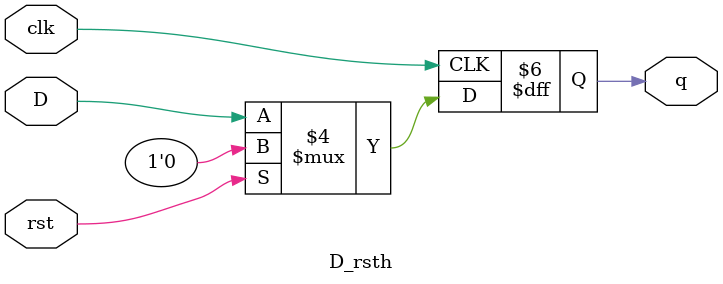
<source format=v>
module D_rsth (
    input clk,D,rst,
    output reg q
);
    always @(posedge clk)
    begin
    if(rst==1)
        q=1'b0;
    else
        q=D;
    end
endmodule
</source>
